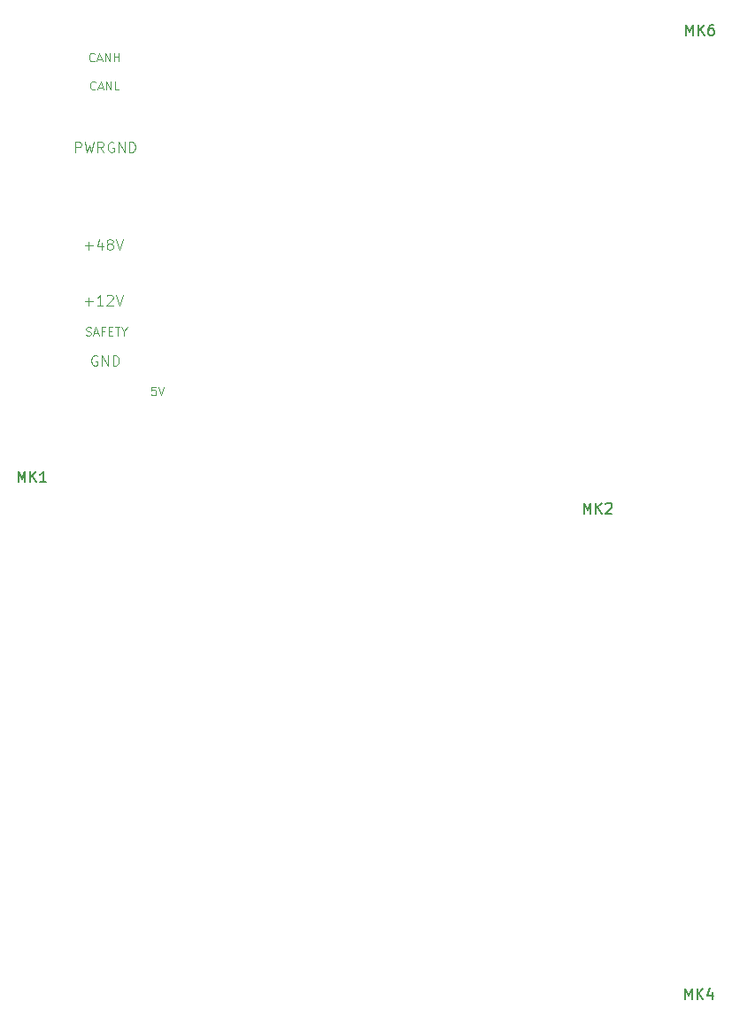
<source format=gto>
G04 #@! TF.GenerationSoftware,KiCad,Pcbnew,(5.99.0-12980-gcf6acae791)*
G04 #@! TF.CreationDate,2022-01-10T16:17:47+01:00*
G04 #@! TF.ProjectId,ARM_RPI4_HAT,41524d5f-5250-4493-945f-4841542e6b69,rev?*
G04 #@! TF.SameCoordinates,Original*
G04 #@! TF.FileFunction,Legend,Top*
G04 #@! TF.FilePolarity,Positive*
%FSLAX46Y46*%
G04 Gerber Fmt 4.6, Leading zero omitted, Abs format (unit mm)*
G04 Created by KiCad (PCBNEW (5.99.0-12980-gcf6acae791)) date 2022-01-10 16:17:47*
%MOMM*%
%LPD*%
G01*
G04 APERTURE LIST*
%ADD10C,0.100000*%
%ADD11C,0.150000*%
G04 APERTURE END LIST*
D10*
X202776190Y-89423809D02*
X202890476Y-89461904D01*
X203080952Y-89461904D01*
X203157142Y-89423809D01*
X203195238Y-89385714D01*
X203233333Y-89309523D01*
X203233333Y-89233333D01*
X203195238Y-89157142D01*
X203157142Y-89119047D01*
X203080952Y-89080952D01*
X202928571Y-89042857D01*
X202852380Y-89004761D01*
X202814285Y-88966666D01*
X202776190Y-88890476D01*
X202776190Y-88814285D01*
X202814285Y-88738095D01*
X202852380Y-88700000D01*
X202928571Y-88661904D01*
X203119047Y-88661904D01*
X203233333Y-88700000D01*
X203538095Y-89233333D02*
X203919047Y-89233333D01*
X203461904Y-89461904D02*
X203728571Y-88661904D01*
X203995238Y-89461904D01*
X204528571Y-89042857D02*
X204261904Y-89042857D01*
X204261904Y-89461904D02*
X204261904Y-88661904D01*
X204642857Y-88661904D01*
X204947619Y-89042857D02*
X205214285Y-89042857D01*
X205328571Y-89461904D02*
X204947619Y-89461904D01*
X204947619Y-88661904D01*
X205328571Y-88661904D01*
X205557142Y-88661904D02*
X206014285Y-88661904D01*
X205785714Y-89461904D02*
X205785714Y-88661904D01*
X206433333Y-89080952D02*
X206433333Y-89461904D01*
X206166666Y-88661904D02*
X206433333Y-89080952D01*
X206700000Y-88661904D01*
X209447619Y-94361904D02*
X209066666Y-94361904D01*
X209028571Y-94742857D01*
X209066666Y-94704761D01*
X209142857Y-94666666D01*
X209333333Y-94666666D01*
X209409523Y-94704761D01*
X209447619Y-94742857D01*
X209485714Y-94819047D01*
X209485714Y-95009523D01*
X209447619Y-95085714D01*
X209409523Y-95123809D01*
X209333333Y-95161904D01*
X209142857Y-95161904D01*
X209066666Y-95123809D01*
X209028571Y-95085714D01*
X209714285Y-94361904D02*
X209980952Y-95161904D01*
X210247619Y-94361904D01*
X203838095Y-91400000D02*
X203742857Y-91352380D01*
X203600000Y-91352380D01*
X203457142Y-91400000D01*
X203361904Y-91495238D01*
X203314285Y-91590476D01*
X203266666Y-91780952D01*
X203266666Y-91923809D01*
X203314285Y-92114285D01*
X203361904Y-92209523D01*
X203457142Y-92304761D01*
X203600000Y-92352380D01*
X203695238Y-92352380D01*
X203838095Y-92304761D01*
X203885714Y-92257142D01*
X203885714Y-91923809D01*
X203695238Y-91923809D01*
X204314285Y-92352380D02*
X204314285Y-91352380D01*
X204885714Y-92352380D01*
X204885714Y-91352380D01*
X205361904Y-92352380D02*
X205361904Y-91352380D01*
X205600000Y-91352380D01*
X205742857Y-91400000D01*
X205838095Y-91495238D01*
X205885714Y-91590476D01*
X205933333Y-91780952D01*
X205933333Y-91923809D01*
X205885714Y-92114285D01*
X205838095Y-92209523D01*
X205742857Y-92304761D01*
X205600000Y-92352380D01*
X205361904Y-92352380D01*
X203566666Y-63185714D02*
X203528571Y-63223809D01*
X203414285Y-63261904D01*
X203338095Y-63261904D01*
X203223809Y-63223809D01*
X203147619Y-63147619D01*
X203109523Y-63071428D01*
X203071428Y-62919047D01*
X203071428Y-62804761D01*
X203109523Y-62652380D01*
X203147619Y-62576190D01*
X203223809Y-62500000D01*
X203338095Y-62461904D01*
X203414285Y-62461904D01*
X203528571Y-62500000D01*
X203566666Y-62538095D01*
X203871428Y-63033333D02*
X204252380Y-63033333D01*
X203795238Y-63261904D02*
X204061904Y-62461904D01*
X204328571Y-63261904D01*
X204595238Y-63261904D02*
X204595238Y-62461904D01*
X205052380Y-63261904D01*
X205052380Y-62461904D01*
X205433333Y-63261904D02*
X205433333Y-62461904D01*
X205433333Y-62842857D02*
X205890476Y-62842857D01*
X205890476Y-63261904D02*
X205890476Y-62461904D01*
X201742857Y-71952380D02*
X201742857Y-70952380D01*
X202123809Y-70952380D01*
X202219047Y-71000000D01*
X202266666Y-71047619D01*
X202314285Y-71142857D01*
X202314285Y-71285714D01*
X202266666Y-71380952D01*
X202219047Y-71428571D01*
X202123809Y-71476190D01*
X201742857Y-71476190D01*
X202647619Y-70952380D02*
X202885714Y-71952380D01*
X203076190Y-71238095D01*
X203266666Y-71952380D01*
X203504761Y-70952380D01*
X204457142Y-71952380D02*
X204123809Y-71476190D01*
X203885714Y-71952380D02*
X203885714Y-70952380D01*
X204266666Y-70952380D01*
X204361904Y-71000000D01*
X204409523Y-71047619D01*
X204457142Y-71142857D01*
X204457142Y-71285714D01*
X204409523Y-71380952D01*
X204361904Y-71428571D01*
X204266666Y-71476190D01*
X203885714Y-71476190D01*
X205409523Y-71000000D02*
X205314285Y-70952380D01*
X205171428Y-70952380D01*
X205028571Y-71000000D01*
X204933333Y-71095238D01*
X204885714Y-71190476D01*
X204838095Y-71380952D01*
X204838095Y-71523809D01*
X204885714Y-71714285D01*
X204933333Y-71809523D01*
X205028571Y-71904761D01*
X205171428Y-71952380D01*
X205266666Y-71952380D01*
X205409523Y-71904761D01*
X205457142Y-71857142D01*
X205457142Y-71523809D01*
X205266666Y-71523809D01*
X205885714Y-71952380D02*
X205885714Y-70952380D01*
X206457142Y-71952380D01*
X206457142Y-70952380D01*
X206933333Y-71952380D02*
X206933333Y-70952380D01*
X207171428Y-70952380D01*
X207314285Y-71000000D01*
X207409523Y-71095238D01*
X207457142Y-71190476D01*
X207504761Y-71380952D01*
X207504761Y-71523809D01*
X207457142Y-71714285D01*
X207409523Y-71809523D01*
X207314285Y-71904761D01*
X207171428Y-71952380D01*
X206933333Y-71952380D01*
X202638095Y-80871428D02*
X203400000Y-80871428D01*
X203019047Y-81252380D02*
X203019047Y-80490476D01*
X204304761Y-80585714D02*
X204304761Y-81252380D01*
X204066666Y-80204761D02*
X203828571Y-80919047D01*
X204447619Y-80919047D01*
X204971428Y-80680952D02*
X204876190Y-80633333D01*
X204828571Y-80585714D01*
X204780952Y-80490476D01*
X204780952Y-80442857D01*
X204828571Y-80347619D01*
X204876190Y-80300000D01*
X204971428Y-80252380D01*
X205161904Y-80252380D01*
X205257142Y-80300000D01*
X205304761Y-80347619D01*
X205352380Y-80442857D01*
X205352380Y-80490476D01*
X205304761Y-80585714D01*
X205257142Y-80633333D01*
X205161904Y-80680952D01*
X204971428Y-80680952D01*
X204876190Y-80728571D01*
X204828571Y-80776190D01*
X204780952Y-80871428D01*
X204780952Y-81061904D01*
X204828571Y-81157142D01*
X204876190Y-81204761D01*
X204971428Y-81252380D01*
X205161904Y-81252380D01*
X205257142Y-81204761D01*
X205304761Y-81157142D01*
X205352380Y-81061904D01*
X205352380Y-80871428D01*
X205304761Y-80776190D01*
X205257142Y-80728571D01*
X205161904Y-80680952D01*
X205638095Y-80252380D02*
X205971428Y-81252380D01*
X206304761Y-80252380D01*
X203661904Y-65885714D02*
X203623809Y-65923809D01*
X203509523Y-65961904D01*
X203433333Y-65961904D01*
X203319047Y-65923809D01*
X203242857Y-65847619D01*
X203204761Y-65771428D01*
X203166666Y-65619047D01*
X203166666Y-65504761D01*
X203204761Y-65352380D01*
X203242857Y-65276190D01*
X203319047Y-65200000D01*
X203433333Y-65161904D01*
X203509523Y-65161904D01*
X203623809Y-65200000D01*
X203661904Y-65238095D01*
X203966666Y-65733333D02*
X204347619Y-65733333D01*
X203890476Y-65961904D02*
X204157142Y-65161904D01*
X204423809Y-65961904D01*
X204690476Y-65961904D02*
X204690476Y-65161904D01*
X205147619Y-65961904D01*
X205147619Y-65161904D01*
X205909523Y-65961904D02*
X205528571Y-65961904D01*
X205528571Y-65161904D01*
X202638095Y-86171428D02*
X203400000Y-86171428D01*
X203019047Y-86552380D02*
X203019047Y-85790476D01*
X204400000Y-86552380D02*
X203828571Y-86552380D01*
X204114285Y-86552380D02*
X204114285Y-85552380D01*
X204019047Y-85695238D01*
X203923809Y-85790476D01*
X203828571Y-85838095D01*
X204780952Y-85647619D02*
X204828571Y-85600000D01*
X204923809Y-85552380D01*
X205161904Y-85552380D01*
X205257142Y-85600000D01*
X205304761Y-85647619D01*
X205352380Y-85742857D01*
X205352380Y-85838095D01*
X205304761Y-85980952D01*
X204733333Y-86552380D01*
X205352380Y-86552380D01*
X205638095Y-85552380D02*
X205971428Y-86552380D01*
X206304761Y-85552380D01*
D11*
X196290476Y-103452380D02*
X196290476Y-102452380D01*
X196623809Y-103166666D01*
X196957142Y-102452380D01*
X196957142Y-103452380D01*
X197433333Y-103452380D02*
X197433333Y-102452380D01*
X198004761Y-103452380D02*
X197576190Y-102880952D01*
X198004761Y-102452380D02*
X197433333Y-103023809D01*
X198957142Y-103452380D02*
X198385714Y-103452380D01*
X198671428Y-103452380D02*
X198671428Y-102452380D01*
X198576190Y-102595238D01*
X198480952Y-102690476D01*
X198385714Y-102738095D01*
X250390476Y-106452380D02*
X250390476Y-105452380D01*
X250723809Y-106166666D01*
X251057142Y-105452380D01*
X251057142Y-106452380D01*
X251533333Y-106452380D02*
X251533333Y-105452380D01*
X252104761Y-106452380D02*
X251676190Y-105880952D01*
X252104761Y-105452380D02*
X251533333Y-106023809D01*
X252485714Y-105547619D02*
X252533333Y-105500000D01*
X252628571Y-105452380D01*
X252866666Y-105452380D01*
X252961904Y-105500000D01*
X253009523Y-105547619D01*
X253057142Y-105642857D01*
X253057142Y-105738095D01*
X253009523Y-105880952D01*
X252438095Y-106452380D01*
X253057142Y-106452380D01*
X260090476Y-152852380D02*
X260090476Y-151852380D01*
X260423809Y-152566666D01*
X260757142Y-151852380D01*
X260757142Y-152852380D01*
X261233333Y-152852380D02*
X261233333Y-151852380D01*
X261804761Y-152852380D02*
X261376190Y-152280952D01*
X261804761Y-151852380D02*
X261233333Y-152423809D01*
X262661904Y-152185714D02*
X262661904Y-152852380D01*
X262423809Y-151804761D02*
X262185714Y-152519047D01*
X262804761Y-152519047D01*
X260190476Y-60752380D02*
X260190476Y-59752380D01*
X260523809Y-60466666D01*
X260857142Y-59752380D01*
X260857142Y-60752380D01*
X261333333Y-60752380D02*
X261333333Y-59752380D01*
X261904761Y-60752380D02*
X261476190Y-60180952D01*
X261904761Y-59752380D02*
X261333333Y-60323809D01*
X262761904Y-59752380D02*
X262571428Y-59752380D01*
X262476190Y-59800000D01*
X262428571Y-59847619D01*
X262333333Y-59990476D01*
X262285714Y-60180952D01*
X262285714Y-60561904D01*
X262333333Y-60657142D01*
X262380952Y-60704761D01*
X262476190Y-60752380D01*
X262666666Y-60752380D01*
X262761904Y-60704761D01*
X262809523Y-60657142D01*
X262857142Y-60561904D01*
X262857142Y-60323809D01*
X262809523Y-60228571D01*
X262761904Y-60180952D01*
X262666666Y-60133333D01*
X262476190Y-60133333D01*
X262380952Y-60180952D01*
X262333333Y-60228571D01*
X262285714Y-60323809D01*
M02*

</source>
